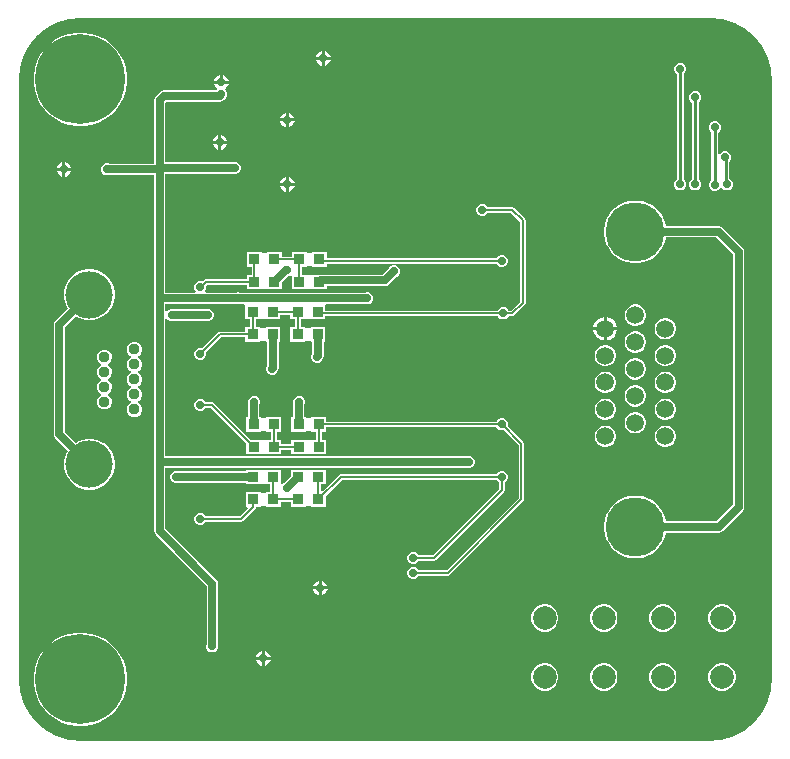
<source format=gbl>
G04*
G04 #@! TF.GenerationSoftware,Altium Limited,Altium Designer,21.2.2 (38)*
G04*
G04 Layer_Physical_Order=2*
G04 Layer_Color=16711680*
%FSLAX25Y25*%
%MOIN*%
G70*
G04*
G04 #@! TF.SameCoordinates,68DB08F9-83E3-4C5C-B4D2-480D45E1357E*
G04*
G04*
G04 #@! TF.FilePolarity,Positive*
G04*
G01*
G75*
%ADD12C,0.01000*%
%ADD31R,0.03740X0.03740*%
%ADD38C,0.00600*%
%ADD40C,0.02500*%
%ADD41C,0.05906*%
%ADD42C,0.19685*%
%ADD43C,0.03740*%
%ADD44C,0.15748*%
%ADD45C,0.07874*%
%ADD46C,0.30000*%
%ADD47C,0.03000*%
%ADD48C,0.02800*%
G36*
X333910Y239658D02*
X336443Y238979D01*
X338865Y237976D01*
X341135Y236665D01*
X343215Y235069D01*
X345069Y233215D01*
X346665Y231135D01*
X347976Y228865D01*
X348979Y226443D01*
X349658Y223910D01*
X350000Y221311D01*
X350000Y220000D01*
X350000Y220000D01*
X350000Y220000D01*
X350000Y20000D01*
X350000Y18689D01*
X349658Y16090D01*
X348979Y13557D01*
X347976Y11135D01*
X346665Y8865D01*
X345069Y6785D01*
X343215Y4931D01*
X341135Y3335D01*
X338865Y2024D01*
X336442Y1021D01*
X333910Y342D01*
X331311Y0D01*
X118689D01*
X116090Y342D01*
X113557Y1021D01*
X111135Y2024D01*
X108865Y3335D01*
X106785Y4931D01*
X104931Y6785D01*
X103335Y8865D01*
X102024Y11135D01*
X101021Y13557D01*
X100342Y16090D01*
X100000Y18689D01*
Y20000D01*
X100000Y20000D01*
X100000Y220000D01*
X100000Y221311D01*
X100342Y223910D01*
X101021Y226443D01*
X102024Y228865D01*
X103335Y231135D01*
X104931Y233215D01*
X106785Y235069D01*
X108865Y236665D01*
X111135Y237976D01*
X113557Y238979D01*
X116090Y239658D01*
X118689Y240000D01*
X120000Y240000D01*
X120000Y240000D01*
X330000Y240000D01*
X331311Y240000D01*
X333910Y239658D01*
D02*
G37*
%LPC*%
G36*
X201500Y229391D02*
Y227500D01*
X203391D01*
X203035Y228360D01*
X202360Y229035D01*
X201500Y229391D01*
D02*
G37*
G36*
X200500D02*
X199641Y229035D01*
X198965Y228360D01*
X198609Y227500D01*
X200500D01*
Y229391D01*
D02*
G37*
G36*
X203391Y226500D02*
X201500D01*
Y224609D01*
X202360Y224965D01*
X203035Y225641D01*
X203391Y226500D01*
D02*
G37*
G36*
X200500D02*
X198609D01*
X198965Y225641D01*
X199641Y224965D01*
X200500Y224609D01*
Y226500D01*
D02*
G37*
G36*
X167500Y221391D02*
Y219500D01*
X169391D01*
X169035Y220359D01*
X168359Y221035D01*
X167500Y221391D01*
D02*
G37*
G36*
X166500D02*
X165640Y221035D01*
X164965Y220359D01*
X164609Y219500D01*
X166500D01*
Y221391D01*
D02*
G37*
G36*
X189500Y208891D02*
Y207000D01*
X191391D01*
X191035Y207859D01*
X190359Y208535D01*
X189500Y208891D01*
D02*
G37*
G36*
X188500D02*
X187641Y208535D01*
X186965Y207859D01*
X186609Y207000D01*
X188500D01*
Y208891D01*
D02*
G37*
G36*
X121228Y235600D02*
X118772D01*
X116347Y235216D01*
X114012Y234457D01*
X111824Y233342D01*
X109837Y231899D01*
X108101Y230163D01*
X106658Y228176D01*
X105543Y225988D01*
X104784Y223653D01*
X104400Y221228D01*
Y218772D01*
X104784Y216347D01*
X105543Y214012D01*
X106658Y211824D01*
X108101Y209837D01*
X109837Y208101D01*
X111824Y206658D01*
X114012Y205543D01*
X116347Y204784D01*
X118772Y204400D01*
X121228D01*
X123653Y204784D01*
X125988Y205543D01*
X128176Y206658D01*
X130163Y208101D01*
X131899Y209837D01*
X133342Y211824D01*
X134457Y214012D01*
X135216Y216347D01*
X135600Y218772D01*
Y221228D01*
X135216Y223653D01*
X134457Y225988D01*
X133342Y228176D01*
X131899Y230163D01*
X130163Y231899D01*
X128176Y233342D01*
X125988Y234457D01*
X123653Y235216D01*
X121228Y235600D01*
D02*
G37*
G36*
X191391Y206000D02*
X189500D01*
Y204109D01*
X190359Y204465D01*
X191035Y205140D01*
X191391Y206000D01*
D02*
G37*
G36*
X188500D02*
X186609D01*
X186965Y205140D01*
X187641Y204465D01*
X188500Y204109D01*
Y206000D01*
D02*
G37*
G36*
X167000Y201391D02*
Y199500D01*
X168891D01*
X168535Y200360D01*
X167859Y201035D01*
X167000Y201391D01*
D02*
G37*
G36*
X166000D02*
X165140Y201035D01*
X164465Y200360D01*
X164109Y199500D01*
X166000D01*
Y201391D01*
D02*
G37*
G36*
X168891Y198500D02*
X167000D01*
Y196609D01*
X167859Y196965D01*
X168535Y197641D01*
X168891Y198500D01*
D02*
G37*
G36*
X166000D02*
X164109D01*
X164465Y197641D01*
X165140Y196965D01*
X166000Y196609D01*
Y198500D01*
D02*
G37*
G36*
X169391Y218500D02*
X164609D01*
X164965Y217640D01*
X165562Y217044D01*
X165640Y216955D01*
X165609Y216437D01*
X165558Y216386D01*
X147965D01*
X147243Y216243D01*
X146631Y215834D01*
X145166Y214369D01*
X144757Y213757D01*
X144614Y213035D01*
Y191886D01*
X129673D01*
X129398Y192000D01*
X128602D01*
X127867Y191695D01*
X127304Y191133D01*
X127000Y190398D01*
Y189602D01*
X127304Y188867D01*
X127867Y188304D01*
X128602Y188000D01*
X129398D01*
X129673Y188114D01*
X144614D01*
Y147000D01*
Y92500D01*
Y69419D01*
X144757Y68697D01*
X145166Y68085D01*
X162114Y51138D01*
Y31672D01*
X162000Y31398D01*
Y30602D01*
X162304Y29867D01*
X162867Y29305D01*
X163602Y29000D01*
X164398D01*
X165133Y29305D01*
X165696Y29867D01*
X166000Y30602D01*
Y31398D01*
X165886Y31672D01*
Y51246D01*
X166000Y51521D01*
Y52317D01*
X165696Y53052D01*
X165133Y53614D01*
X164858Y53728D01*
X148386Y70200D01*
Y90614D01*
X207328D01*
X207602Y90500D01*
X208398D01*
X208672Y90614D01*
X248828D01*
X249102Y90500D01*
X249898D01*
X250633Y90804D01*
X251196Y91367D01*
X251500Y92102D01*
Y92898D01*
X251196Y93633D01*
X250633Y94195D01*
X249898Y94500D01*
X249102D01*
X248828Y94386D01*
X208672D01*
X208398Y94500D01*
X207602D01*
X207328Y94386D01*
X148386D01*
Y140132D01*
X148500Y140196D01*
X148886Y140285D01*
X149367Y139804D01*
X150102Y139500D01*
X150898D01*
X151172Y139614D01*
X161828D01*
X162102Y139500D01*
X162898D01*
X163633Y139804D01*
X164196Y140367D01*
X164500Y141102D01*
Y141898D01*
X164196Y142633D01*
X163633Y143195D01*
X162898Y143500D01*
X162102D01*
X161828Y143386D01*
X151172D01*
X150898Y143500D01*
X150102D01*
X149367Y143195D01*
X148886Y142715D01*
X148500Y142804D01*
X148386Y142868D01*
Y145114D01*
X171827D01*
X172102Y145000D01*
X172898D01*
X173172Y145114D01*
X174589D01*
X175030Y144970D01*
X175030Y144614D01*
Y140030D01*
X176582D01*
Y137470D01*
X175030D01*
Y135918D01*
X166500D01*
X166149Y135848D01*
X165851Y135649D01*
X160613Y130411D01*
X160398Y130500D01*
X159602D01*
X158867Y130195D01*
X158305Y129633D01*
X158000Y128898D01*
Y128102D01*
X158305Y127367D01*
X158867Y126804D01*
X159602Y126500D01*
X160398D01*
X161133Y126804D01*
X161696Y127367D01*
X162000Y128102D01*
Y128898D01*
X161911Y129113D01*
X166880Y134082D01*
X175030D01*
Y132530D01*
X179970D01*
Y132716D01*
X180059Y132776D01*
X181634D01*
X181723Y132716D01*
Y132530D01*
X182307D01*
Y124635D01*
X182305Y124633D01*
X182000Y123898D01*
Y123102D01*
X182305Y122367D01*
X182867Y121804D01*
X183602Y121500D01*
X184398D01*
X185133Y121804D01*
X185696Y122367D01*
X186000Y123102D01*
Y123376D01*
X186079Y123774D01*
Y132530D01*
X186663D01*
Y137470D01*
X181723D01*
Y137284D01*
X181634Y137224D01*
X180059D01*
X179970Y137284D01*
Y137470D01*
X178418D01*
Y140030D01*
X179970D01*
Y140216D01*
X180059Y140276D01*
X181634D01*
X181723Y140216D01*
Y140030D01*
X186663D01*
Y141582D01*
X190030D01*
Y140030D01*
X191582D01*
Y137470D01*
X190030D01*
Y132530D01*
X194970D01*
Y132716D01*
X195059Y132776D01*
X196634D01*
X196723Y132716D01*
Y132530D01*
X197307D01*
Y128635D01*
X197304Y128633D01*
X197000Y127898D01*
Y127102D01*
X197304Y126367D01*
X197867Y125804D01*
X198602Y125500D01*
X199398D01*
X200133Y125804D01*
X200695Y126367D01*
X201000Y127102D01*
Y127376D01*
X201079Y127774D01*
Y132530D01*
X201663D01*
Y137470D01*
X196723D01*
Y137284D01*
X196634Y137224D01*
X195059D01*
X194970Y137284D01*
Y137470D01*
X193418D01*
Y140030D01*
X194970D01*
Y140216D01*
X195059Y140276D01*
X196634D01*
X196723Y140216D01*
Y140030D01*
X201663D01*
Y141082D01*
X259215D01*
X259304Y140867D01*
X259867Y140305D01*
X260602Y140000D01*
X261398D01*
X262133Y140305D01*
X262696Y140867D01*
X262785Y141082D01*
X264000D01*
X264351Y141152D01*
X264649Y141351D01*
X268149Y144851D01*
X268348Y145149D01*
X268418Y145500D01*
Y173000D01*
X268348Y173351D01*
X268149Y173649D01*
X264649Y177149D01*
X264351Y177348D01*
X264000Y177418D01*
X255785D01*
X255696Y177633D01*
X255133Y178196D01*
X254398Y178500D01*
X253602D01*
X252867Y178196D01*
X252305Y177633D01*
X252000Y176898D01*
Y176102D01*
X252305Y175367D01*
X252867Y174804D01*
X253602Y174500D01*
X254398D01*
X255133Y174804D01*
X255696Y175367D01*
X255785Y175582D01*
X263620D01*
X266582Y172620D01*
Y145880D01*
X263620Y142918D01*
X262785D01*
X262696Y143133D01*
X262133Y143695D01*
X261398Y144000D01*
X260602D01*
X259867Y143695D01*
X259304Y143133D01*
X259215Y142918D01*
X201663D01*
X201663Y144970D01*
X202103Y145114D01*
X214827D01*
X215102Y145000D01*
X215898D01*
X216633Y145305D01*
X217196Y145867D01*
X217500Y146602D01*
Y147398D01*
X217196Y148133D01*
X216633Y148696D01*
X215898Y149000D01*
X215102D01*
X214827Y148886D01*
X173172D01*
X172898Y149000D01*
X172102D01*
X171827Y148886D01*
X161772D01*
X161565Y149386D01*
X161696Y149517D01*
X162000Y150252D01*
Y151048D01*
X161935Y151205D01*
X162245Y151582D01*
X175530D01*
Y150030D01*
X180470D01*
Y150216D01*
X180559Y150276D01*
X182134D01*
X182223Y150216D01*
Y150030D01*
X187163D01*
Y152303D01*
X189360Y154500D01*
X189398D01*
X190030Y154762D01*
X190378Y154613D01*
X190530Y154494D01*
Y150030D01*
X195470D01*
Y150216D01*
X195559Y150276D01*
X197134D01*
X197223Y150216D01*
Y150030D01*
X202163D01*
Y151114D01*
X221500D01*
X222222Y151257D01*
X222834Y151666D01*
X225358Y154191D01*
X225633Y154305D01*
X226196Y154867D01*
X226500Y155602D01*
Y156398D01*
X226196Y157133D01*
X225633Y157695D01*
X224898Y158000D01*
X224102D01*
X223367Y157695D01*
X222804Y157133D01*
X222691Y156858D01*
X220719Y154886D01*
X202163D01*
Y154970D01*
X197223D01*
Y154784D01*
X197134Y154724D01*
X195559D01*
X195470Y154784D01*
Y154970D01*
X193918D01*
Y157530D01*
X195470D01*
Y157716D01*
X195559Y157776D01*
X197134D01*
X197223Y157716D01*
Y157530D01*
X202163D01*
Y158582D01*
X258715D01*
X258804Y158367D01*
X259367Y157805D01*
X260102Y157500D01*
X260898D01*
X261633Y157805D01*
X262195Y158367D01*
X262500Y159102D01*
Y159898D01*
X262195Y160633D01*
X261633Y161196D01*
X260898Y161500D01*
X260102D01*
X259367Y161196D01*
X258804Y160633D01*
X258715Y160418D01*
X202163D01*
Y162470D01*
X197223D01*
Y162284D01*
X197134Y162224D01*
X195559D01*
X195470Y162284D01*
Y162470D01*
X190530D01*
Y160918D01*
X187163D01*
Y162470D01*
X182223D01*
Y162284D01*
X182134Y162224D01*
X180559D01*
X180470Y162284D01*
Y162470D01*
X175530D01*
Y157530D01*
X177082D01*
Y154970D01*
X175530D01*
Y153418D01*
X161850D01*
X161499Y153348D01*
X161201Y153149D01*
X160613Y152561D01*
X160398Y152650D01*
X159602D01*
X158867Y152346D01*
X158305Y151783D01*
X158000Y151048D01*
Y150252D01*
X158305Y149517D01*
X158435Y149386D01*
X158228Y148886D01*
X148386D01*
Y188614D01*
X170827D01*
X171102Y188500D01*
X171898D01*
X172633Y188804D01*
X173196Y189367D01*
X173500Y190102D01*
Y190898D01*
X173196Y191633D01*
X172633Y192195D01*
X171898Y192500D01*
X171102D01*
X170827Y192386D01*
X148386D01*
Y212254D01*
X148746Y212614D01*
X166419D01*
X167141Y212757D01*
X167677Y213116D01*
X168133Y213304D01*
X168695Y213867D01*
X169000Y214602D01*
Y215398D01*
X168695Y216133D01*
X168391Y216437D01*
X168360Y216955D01*
X168438Y217044D01*
X169035Y217640D01*
X169391Y218500D01*
D02*
G37*
G36*
X115000Y192391D02*
Y190500D01*
X116891D01*
X116535Y191359D01*
X115859Y192035D01*
X115000Y192391D01*
D02*
G37*
G36*
X114000D02*
X113140Y192035D01*
X112465Y191359D01*
X112109Y190500D01*
X114000D01*
Y192391D01*
D02*
G37*
G36*
X116891Y189500D02*
X115000D01*
Y187609D01*
X115859Y187965D01*
X116535Y188640D01*
X116891Y189500D01*
D02*
G37*
G36*
X114000D02*
X112109D01*
X112465Y188640D01*
X113140Y187965D01*
X114000Y187609D01*
Y189500D01*
D02*
G37*
G36*
X189500Y187391D02*
Y185500D01*
X191391D01*
X191035Y186360D01*
X190359Y187035D01*
X189500Y187391D01*
D02*
G37*
G36*
X188500D02*
X187641Y187035D01*
X186965Y186360D01*
X186609Y185500D01*
X188500D01*
Y187391D01*
D02*
G37*
G36*
X331898Y206000D02*
X331102D01*
X330367Y205696D01*
X329804Y205133D01*
X329500Y204398D01*
Y203602D01*
X329804Y202867D01*
X330367Y202305D01*
X330379Y202300D01*
Y186482D01*
X330367Y186478D01*
X329804Y185915D01*
X329500Y185180D01*
Y184384D01*
X329804Y183649D01*
X330367Y183087D01*
X331102Y182782D01*
X331898D01*
X332633Y183087D01*
X333195Y183649D01*
X333275Y183840D01*
X333804Y183867D01*
X334367Y183305D01*
X335102Y183000D01*
X335898D01*
X336633Y183305D01*
X337195Y183867D01*
X337500Y184602D01*
Y185398D01*
X337195Y186133D01*
X336633Y186696D01*
X336330Y186821D01*
Y192585D01*
X336612Y192867D01*
X336917Y193602D01*
Y194398D01*
X336612Y195133D01*
X336050Y195695D01*
X335315Y196000D01*
X334519D01*
X333784Y195695D01*
X333221Y195133D01*
X333121Y194892D01*
X332622Y194991D01*
Y202300D01*
X332633Y202305D01*
X333195Y202867D01*
X333500Y203602D01*
Y204398D01*
X333195Y205133D01*
X332633Y205696D01*
X331898Y206000D01*
D02*
G37*
G36*
X325398Y216000D02*
X324602D01*
X323867Y215696D01*
X323305Y215133D01*
X323000Y214398D01*
Y213602D01*
X323305Y212867D01*
X323867Y212304D01*
X323879Y212300D01*
Y186700D01*
X323867Y186696D01*
X323305Y186133D01*
X323000Y185398D01*
Y184602D01*
X323305Y183867D01*
X323867Y183305D01*
X324602Y183000D01*
X325398D01*
X326133Y183305D01*
X326695Y183867D01*
X327000Y184602D01*
Y185398D01*
X326695Y186133D01*
X326133Y186696D01*
X326121Y186700D01*
Y212300D01*
X326133Y212304D01*
X326695Y212867D01*
X327000Y213602D01*
Y214398D01*
X326695Y215133D01*
X326133Y215696D01*
X325398Y216000D01*
D02*
G37*
G36*
X320398Y225500D02*
X319602D01*
X318867Y225196D01*
X318304Y224633D01*
X318000Y223898D01*
Y223102D01*
X318304Y222367D01*
X318867Y221804D01*
X318879Y221800D01*
Y186700D01*
X318867Y186696D01*
X318304Y186133D01*
X318000Y185398D01*
Y184602D01*
X318304Y183867D01*
X318867Y183305D01*
X319602Y183000D01*
X320398D01*
X321133Y183305D01*
X321695Y183867D01*
X322000Y184602D01*
Y185398D01*
X321695Y186133D01*
X321133Y186696D01*
X321122Y186700D01*
Y221800D01*
X321133Y221804D01*
X321695Y222367D01*
X322000Y223102D01*
Y223898D01*
X321695Y224633D01*
X321133Y225196D01*
X320398Y225500D01*
D02*
G37*
G36*
X191391Y184500D02*
X189500D01*
Y182609D01*
X190359Y182965D01*
X191035Y183641D01*
X191391Y184500D01*
D02*
G37*
G36*
X188500D02*
X186609D01*
X186965Y183641D01*
X187641Y182965D01*
X188500Y182609D01*
Y184500D01*
D02*
G37*
G36*
X123835Y156722D02*
X122165D01*
X120528Y156396D01*
X118986Y155758D01*
X117598Y154830D01*
X116418Y153650D01*
X115490Y152262D01*
X114852Y150720D01*
X114526Y149083D01*
Y147413D01*
X114852Y145776D01*
X115490Y144234D01*
X115822Y143738D01*
X111666Y139582D01*
X111257Y138970D01*
X111114Y138248D01*
Y101752D01*
X111257Y101030D01*
X111666Y100418D01*
X115822Y96262D01*
X115490Y95766D01*
X114852Y94224D01*
X114526Y92587D01*
Y90917D01*
X114852Y89280D01*
X115490Y87738D01*
X116418Y86350D01*
X117598Y85170D01*
X118986Y84242D01*
X120528Y83604D01*
X122165Y83278D01*
X123835D01*
X125472Y83604D01*
X127014Y84242D01*
X128402Y85170D01*
X129582Y86350D01*
X130510Y87738D01*
X131148Y89280D01*
X131474Y90917D01*
Y92587D01*
X131148Y94224D01*
X130510Y95766D01*
X129582Y97154D01*
X128402Y98334D01*
X127014Y99261D01*
X125472Y99900D01*
X123835Y100226D01*
X122165D01*
X120528Y99900D01*
X118986Y99261D01*
X118490Y98930D01*
X114886Y102533D01*
Y137467D01*
X118490Y141070D01*
X118986Y140738D01*
X120528Y140100D01*
X122165Y139774D01*
X123835D01*
X125472Y140100D01*
X127014Y140738D01*
X128402Y141666D01*
X129582Y142846D01*
X130510Y144234D01*
X131148Y145776D01*
X131474Y147413D01*
Y149083D01*
X131148Y150720D01*
X130510Y152262D01*
X129582Y153650D01*
X128402Y154830D01*
X127014Y155758D01*
X125472Y156396D01*
X123835Y156722D01*
D02*
G37*
G36*
X305468Y144990D02*
X304532D01*
X303629Y144748D01*
X302819Y144280D01*
X302157Y143619D01*
X301689Y142808D01*
X301447Y141905D01*
Y140969D01*
X301689Y140066D01*
X302157Y139256D01*
X302819Y138594D01*
X303629Y138126D01*
X304532Y137884D01*
X305468D01*
X306371Y138126D01*
X307181Y138594D01*
X307843Y139256D01*
X308311Y140066D01*
X308553Y140969D01*
Y141905D01*
X308311Y142808D01*
X307843Y143619D01*
X307181Y144280D01*
X306371Y144748D01*
X305468Y144990D01*
D02*
G37*
G36*
X295520Y140902D02*
X295500D01*
Y137449D01*
X298953D01*
Y137469D01*
X298683Y138475D01*
X298163Y139376D01*
X297427Y140112D01*
X296526Y140632D01*
X295520Y140902D01*
D02*
G37*
G36*
X294500D02*
X294480D01*
X293474Y140632D01*
X292573Y140112D01*
X291837Y139376D01*
X291317Y138475D01*
X291047Y137469D01*
Y137449D01*
X294500D01*
Y140902D01*
D02*
G37*
G36*
X315468Y140502D02*
X314532D01*
X313629Y140260D01*
X312819Y139792D01*
X312157Y139130D01*
X311689Y138320D01*
X311447Y137417D01*
Y136481D01*
X311689Y135577D01*
X312157Y134767D01*
X312819Y134106D01*
X313629Y133638D01*
X314532Y133396D01*
X315468D01*
X316371Y133638D01*
X317181Y134106D01*
X317843Y134767D01*
X318311Y135577D01*
X318553Y136481D01*
Y137417D01*
X318311Y138320D01*
X317843Y139130D01*
X317181Y139792D01*
X316371Y140260D01*
X315468Y140502D01*
D02*
G37*
G36*
X298953Y136449D02*
X295500D01*
Y132996D01*
X295520D01*
X296526Y133265D01*
X297427Y133786D01*
X298163Y134522D01*
X298683Y135423D01*
X298953Y136428D01*
Y136449D01*
D02*
G37*
G36*
X294500D02*
X291047D01*
Y136428D01*
X291317Y135423D01*
X291837Y134522D01*
X292573Y133786D01*
X293474Y133265D01*
X294480Y132996D01*
X294500D01*
Y136449D01*
D02*
G37*
G36*
X305468Y136013D02*
X304532D01*
X303629Y135771D01*
X302819Y135303D01*
X302157Y134642D01*
X301689Y133832D01*
X301447Y132928D01*
Y131993D01*
X301689Y131089D01*
X302157Y130279D01*
X302819Y129618D01*
X303629Y129150D01*
X304532Y128908D01*
X305468D01*
X306371Y129150D01*
X307181Y129618D01*
X307843Y130279D01*
X308311Y131089D01*
X308553Y131993D01*
Y132928D01*
X308311Y133832D01*
X307843Y134642D01*
X307181Y135303D01*
X306371Y135771D01*
X305468Y136013D01*
D02*
G37*
G36*
X315468Y131525D02*
X314532D01*
X313629Y131283D01*
X312819Y130815D01*
X312157Y130154D01*
X311689Y129344D01*
X311447Y128440D01*
Y127505D01*
X311689Y126601D01*
X312157Y125791D01*
X312819Y125129D01*
X313629Y124662D01*
X314532Y124420D01*
X315468D01*
X316371Y124662D01*
X317181Y125129D01*
X317843Y125791D01*
X318311Y126601D01*
X318553Y127505D01*
Y128440D01*
X318311Y129344D01*
X317843Y130154D01*
X317181Y130815D01*
X316371Y131283D01*
X315468Y131525D01*
D02*
G37*
G36*
X295468D02*
X294532D01*
X293629Y131283D01*
X292819Y130815D01*
X292157Y130154D01*
X291689Y129344D01*
X291447Y128440D01*
Y127505D01*
X291689Y126601D01*
X292157Y125791D01*
X292819Y125129D01*
X293629Y124662D01*
X294532Y124420D01*
X295468D01*
X296371Y124662D01*
X297181Y125129D01*
X297843Y125791D01*
X298311Y126601D01*
X298553Y127505D01*
Y128440D01*
X298311Y129344D01*
X297843Y130154D01*
X297181Y130815D01*
X296371Y131283D01*
X295468Y131525D01*
D02*
G37*
G36*
X305468Y127037D02*
X304532D01*
X303629Y126795D01*
X302819Y126327D01*
X302157Y125666D01*
X301689Y124856D01*
X301447Y123952D01*
Y123017D01*
X301689Y122113D01*
X302157Y121303D01*
X302819Y120641D01*
X303629Y120174D01*
X304532Y119931D01*
X305468D01*
X306371Y120174D01*
X307181Y120641D01*
X307843Y121303D01*
X308311Y122113D01*
X308553Y123017D01*
Y123952D01*
X308311Y124856D01*
X307843Y125666D01*
X307181Y126327D01*
X306371Y126795D01*
X305468Y127037D01*
D02*
G37*
G36*
X315468Y122549D02*
X314532D01*
X313629Y122307D01*
X312819Y121839D01*
X312157Y121177D01*
X311689Y120367D01*
X311447Y119464D01*
Y118528D01*
X311689Y117625D01*
X312157Y116815D01*
X312819Y116153D01*
X313629Y115685D01*
X314532Y115443D01*
X315468D01*
X316371Y115685D01*
X317181Y116153D01*
X317843Y116815D01*
X318311Y117625D01*
X318553Y118528D01*
Y119464D01*
X318311Y120367D01*
X317843Y121177D01*
X317181Y121839D01*
X316371Y122307D01*
X315468Y122549D01*
D02*
G37*
G36*
X295468Y122549D02*
X294532D01*
X293629Y122307D01*
X292819Y121839D01*
X292157Y121177D01*
X291689Y120367D01*
X291447Y119464D01*
Y118528D01*
X291689Y117625D01*
X292157Y116815D01*
X292819Y116153D01*
X293629Y115685D01*
X294532Y115443D01*
X295468D01*
X296371Y115685D01*
X297181Y116153D01*
X297843Y116815D01*
X298311Y117625D01*
X298553Y118528D01*
Y119464D01*
X298311Y120367D01*
X297843Y121177D01*
X297181Y121839D01*
X296371Y122307D01*
X295468Y122549D01*
D02*
G37*
G36*
X305468Y118061D02*
X304532D01*
X303629Y117818D01*
X302819Y117351D01*
X302157Y116689D01*
X301689Y115879D01*
X301447Y114976D01*
Y114040D01*
X301689Y113137D01*
X302157Y112326D01*
X302819Y111665D01*
X303629Y111197D01*
X304532Y110955D01*
X305468D01*
X306371Y111197D01*
X307181Y111665D01*
X307843Y112326D01*
X308311Y113137D01*
X308553Y114040D01*
Y114976D01*
X308311Y115879D01*
X307843Y116689D01*
X307181Y117351D01*
X306371Y117818D01*
X305468Y118061D01*
D02*
G37*
G36*
X128491Y129970D02*
X127509D01*
X126601Y129594D01*
X125906Y128899D01*
X125530Y127991D01*
Y127009D01*
X125906Y126101D01*
X126601Y125406D01*
X126928Y125271D01*
Y124729D01*
X126601Y124594D01*
X125906Y123899D01*
X125530Y122991D01*
Y122009D01*
X125906Y121101D01*
X126601Y120406D01*
X126928Y120271D01*
Y119729D01*
X126601Y119594D01*
X125906Y118899D01*
X125530Y117991D01*
Y117009D01*
X125906Y116101D01*
X126601Y115406D01*
X126928Y115271D01*
Y114729D01*
X126601Y114594D01*
X125906Y113899D01*
X125530Y112991D01*
Y112009D01*
X125906Y111101D01*
X126601Y110406D01*
X127509Y110030D01*
X128491D01*
X129399Y110406D01*
X130094Y111101D01*
X130470Y112009D01*
Y112991D01*
X130094Y113899D01*
X129399Y114594D01*
X129072Y114729D01*
Y115271D01*
X129399Y115406D01*
X130094Y116101D01*
X130470Y117009D01*
Y117991D01*
X130094Y118899D01*
X129399Y119594D01*
X129072Y119729D01*
Y120271D01*
X129399Y120406D01*
X130094Y121101D01*
X130470Y122009D01*
Y122991D01*
X130094Y123899D01*
X129399Y124594D01*
X129072Y124729D01*
Y125271D01*
X129399Y125406D01*
X130094Y126101D01*
X130470Y127009D01*
Y127991D01*
X130094Y128899D01*
X129399Y129594D01*
X128491Y129970D01*
D02*
G37*
G36*
X138491Y132470D02*
X137509D01*
X136601Y132094D01*
X135906Y131399D01*
X135530Y130491D01*
Y129509D01*
X135906Y128601D01*
X136601Y127906D01*
X136928Y127771D01*
Y127229D01*
X136601Y127094D01*
X135906Y126399D01*
X135530Y125491D01*
Y124509D01*
X135906Y123601D01*
X136601Y122906D01*
X136928Y122771D01*
Y122229D01*
X136601Y122094D01*
X135906Y121399D01*
X135530Y120491D01*
Y119509D01*
X135906Y118601D01*
X136601Y117906D01*
X136928Y117771D01*
Y117229D01*
X136601Y117094D01*
X135906Y116399D01*
X135530Y115491D01*
Y114509D01*
X135906Y113601D01*
X136601Y112906D01*
X136928Y112771D01*
Y112229D01*
X136601Y112094D01*
X135906Y111399D01*
X135530Y110491D01*
Y109509D01*
X135906Y108601D01*
X136601Y107906D01*
X137509Y107530D01*
X138491D01*
X139399Y107906D01*
X140094Y108601D01*
X140470Y109509D01*
Y110491D01*
X140094Y111399D01*
X139399Y112094D01*
X139072Y112229D01*
Y112771D01*
X139399Y112906D01*
X140094Y113601D01*
X140470Y114509D01*
Y115491D01*
X140094Y116399D01*
X139399Y117094D01*
X139072Y117229D01*
Y117771D01*
X139399Y117906D01*
X140094Y118601D01*
X140470Y119509D01*
Y120491D01*
X140094Y121399D01*
X139399Y122094D01*
X139072Y122229D01*
Y122771D01*
X139399Y122906D01*
X140094Y123601D01*
X140470Y124509D01*
Y125491D01*
X140094Y126399D01*
X139399Y127094D01*
X139072Y127229D01*
Y127771D01*
X139399Y127906D01*
X140094Y128601D01*
X140470Y129509D01*
Y130491D01*
X140094Y131399D01*
X139399Y132094D01*
X138491Y132470D01*
D02*
G37*
G36*
X315468Y113572D02*
X314532D01*
X313629Y113330D01*
X312819Y112863D01*
X312157Y112201D01*
X311689Y111391D01*
X311447Y110487D01*
Y109552D01*
X311689Y108648D01*
X312157Y107838D01*
X312819Y107177D01*
X313629Y106709D01*
X314532Y106467D01*
X315468D01*
X316371Y106709D01*
X317181Y107177D01*
X317843Y107838D01*
X318311Y108648D01*
X318553Y109552D01*
Y110487D01*
X318311Y111391D01*
X317843Y112201D01*
X317181Y112863D01*
X316371Y113330D01*
X315468Y113572D01*
D02*
G37*
G36*
X295468D02*
X294532D01*
X293629Y113330D01*
X292819Y112863D01*
X292157Y112201D01*
X291689Y111391D01*
X291447Y110487D01*
Y109552D01*
X291689Y108648D01*
X292157Y107838D01*
X292819Y107177D01*
X293629Y106709D01*
X294532Y106467D01*
X295468D01*
X296371Y106709D01*
X297181Y107177D01*
X297843Y107838D01*
X298311Y108648D01*
X298553Y109552D01*
Y110487D01*
X298311Y111391D01*
X297843Y112201D01*
X297181Y112863D01*
X296371Y113330D01*
X295468Y113572D01*
D02*
G37*
G36*
X305468Y109084D02*
X304532D01*
X303629Y108842D01*
X302819Y108374D01*
X302157Y107713D01*
X301689Y106903D01*
X301447Y105999D01*
Y105064D01*
X301689Y104160D01*
X302157Y103350D01*
X302819Y102689D01*
X303629Y102221D01*
X304532Y101979D01*
X305468D01*
X306371Y102221D01*
X307181Y102689D01*
X307843Y103350D01*
X308311Y104160D01*
X308553Y105064D01*
Y105999D01*
X308311Y106903D01*
X307843Y107713D01*
X307181Y108374D01*
X306371Y108842D01*
X305468Y109084D01*
D02*
G37*
G36*
X193398Y114500D02*
X192602D01*
X191867Y114196D01*
X191305Y113633D01*
X191000Y112898D01*
Y112624D01*
X190921Y112226D01*
Y107470D01*
X190337D01*
Y102530D01*
X195277D01*
Y102716D01*
X195366Y102776D01*
X196941D01*
X197030Y102716D01*
Y102530D01*
X198582D01*
Y99970D01*
X197030D01*
Y99784D01*
X196941Y99724D01*
X195366D01*
X195277Y99784D01*
Y99970D01*
X190337D01*
Y98418D01*
X186970D01*
Y99970D01*
X185418D01*
Y102530D01*
X186970D01*
Y107470D01*
X182030D01*
Y107284D01*
X181941Y107224D01*
X180366D01*
X180277Y107284D01*
Y107470D01*
X179693D01*
Y111365D01*
X179695Y111367D01*
X180000Y112102D01*
Y112898D01*
X179695Y113633D01*
X179133Y114196D01*
X178398Y114500D01*
X177602D01*
X176867Y114196D01*
X176304Y113633D01*
X176000Y112898D01*
Y112624D01*
X175921Y112226D01*
Y107470D01*
X175337D01*
Y102530D01*
X180277D01*
Y102716D01*
X180366Y102776D01*
X181941D01*
X182030Y102716D01*
Y102530D01*
X183582D01*
Y99970D01*
X182030D01*
Y99784D01*
X181941Y99724D01*
X180366D01*
X180277Y99784D01*
Y99970D01*
X176635D01*
X164456Y112149D01*
X164158Y112348D01*
X163807Y112418D01*
X161785D01*
X161696Y112633D01*
X161133Y113196D01*
X160398Y113500D01*
X159602D01*
X158867Y113196D01*
X158305Y112633D01*
X158000Y111898D01*
Y111102D01*
X158305Y110367D01*
X158867Y109804D01*
X159602Y109500D01*
X160398D01*
X161133Y109804D01*
X161696Y110367D01*
X161785Y110582D01*
X163427D01*
X175337Y98672D01*
Y95030D01*
X180277D01*
Y95216D01*
X180366Y95276D01*
X181941D01*
X182030Y95216D01*
Y95030D01*
X186970D01*
Y96582D01*
X190337D01*
Y95030D01*
X195277D01*
Y95216D01*
X195366Y95276D01*
X196941D01*
X197030Y95216D01*
Y95030D01*
X201970D01*
Y99970D01*
X200418D01*
Y102530D01*
X201970D01*
Y104082D01*
X258715D01*
X258804Y103867D01*
X259367Y103305D01*
X260102Y103000D01*
X260898D01*
X261113Y103089D01*
X266082Y98120D01*
Y80380D01*
X242120Y56418D01*
X232785D01*
X232696Y56633D01*
X232133Y57196D01*
X231398Y57500D01*
X230602D01*
X229867Y57196D01*
X229305Y56633D01*
X229000Y55898D01*
Y55102D01*
X229305Y54367D01*
X229867Y53804D01*
X230602Y53500D01*
X231398D01*
X232133Y53804D01*
X232696Y54367D01*
X232785Y54582D01*
X242500D01*
X242851Y54652D01*
X243149Y54851D01*
X267649Y79351D01*
X267848Y79649D01*
X267918Y80000D01*
Y98500D01*
X267848Y98851D01*
X267649Y99149D01*
X262411Y104387D01*
X262500Y104602D01*
Y105398D01*
X262195Y106133D01*
X261633Y106695D01*
X260898Y107000D01*
X260102D01*
X259367Y106695D01*
X258804Y106133D01*
X258715Y105918D01*
X201970D01*
Y107470D01*
X197030D01*
Y107284D01*
X196941Y107224D01*
X195366D01*
X195277Y107284D01*
Y107470D01*
X194693D01*
Y111365D01*
X194695Y111367D01*
X195000Y112102D01*
Y112898D01*
X194695Y113633D01*
X194133Y114196D01*
X193398Y114500D01*
D02*
G37*
G36*
X315468Y104596D02*
X314532D01*
X313629Y104354D01*
X312819Y103886D01*
X312157Y103225D01*
X311689Y102415D01*
X311447Y101511D01*
Y100576D01*
X311689Y99672D01*
X312157Y98862D01*
X312819Y98200D01*
X313629Y97733D01*
X314532Y97491D01*
X315468D01*
X316371Y97733D01*
X317181Y98200D01*
X317843Y98862D01*
X318311Y99672D01*
X318553Y100576D01*
Y101511D01*
X318311Y102415D01*
X317843Y103225D01*
X317181Y103886D01*
X316371Y104354D01*
X315468Y104596D01*
D02*
G37*
G36*
X295468D02*
X294532D01*
X293629Y104354D01*
X292819Y103886D01*
X292157Y103225D01*
X291689Y102415D01*
X291447Y101511D01*
Y100576D01*
X291689Y99672D01*
X292157Y98862D01*
X292819Y98200D01*
X293629Y97733D01*
X294532Y97491D01*
X295468D01*
X296371Y97733D01*
X297181Y98200D01*
X297843Y98862D01*
X298311Y99672D01*
X298553Y100576D01*
Y101511D01*
X298311Y102415D01*
X297843Y103225D01*
X297181Y103886D01*
X296371Y104354D01*
X295468Y104596D01*
D02*
G37*
G36*
X201777Y89970D02*
X196837D01*
Y89784D01*
X196748Y89724D01*
X195173D01*
X195084Y89784D01*
Y89970D01*
X190144D01*
Y87697D01*
X188240Y85793D01*
X187842Y85628D01*
X187348Y85135D01*
X187279Y85066D01*
X187279Y85066D01*
X187267Y85063D01*
X186777Y85160D01*
X186777Y85502D01*
X186777Y85502D01*
X186777Y85508D01*
Y89970D01*
X181837D01*
Y89784D01*
X181748Y89724D01*
X180173D01*
X180084Y89784D01*
Y89970D01*
X175144D01*
Y89386D01*
X152673D01*
X152398Y89500D01*
X151602D01*
X150867Y89196D01*
X150304Y88633D01*
X150000Y87898D01*
Y87102D01*
X150304Y86367D01*
X150867Y85804D01*
X151602Y85500D01*
X152398D01*
X152673Y85614D01*
X175144D01*
Y85030D01*
X180084D01*
Y85216D01*
X180173Y85276D01*
X181748D01*
X181837Y85216D01*
Y85030D01*
X183389D01*
Y82470D01*
X181837D01*
Y82284D01*
X181748Y82224D01*
X180173D01*
X180084Y82284D01*
Y82470D01*
X175144D01*
Y77530D01*
X175579D01*
X175770Y77068D01*
X173120Y74418D01*
X161785D01*
X161696Y74633D01*
X161133Y75195D01*
X160398Y75500D01*
X159602D01*
X158867Y75195D01*
X158305Y74633D01*
X158000Y73898D01*
Y73102D01*
X158305Y72367D01*
X158867Y71804D01*
X159602Y71500D01*
X160398D01*
X161133Y71804D01*
X161696Y72367D01*
X161785Y72582D01*
X173500D01*
X173851Y72652D01*
X174149Y72851D01*
X178230Y76933D01*
X178429Y77230D01*
X178489Y77530D01*
X180084D01*
Y77716D01*
X180173Y77776D01*
X181748D01*
X181837Y77716D01*
Y77530D01*
X186777D01*
Y79082D01*
X190144D01*
Y77530D01*
X195084D01*
Y77716D01*
X195173Y77776D01*
X196748D01*
X196837Y77716D01*
Y77530D01*
X201777D01*
Y81172D01*
X207187Y86582D01*
X258715D01*
X258804Y86367D01*
X259367Y85804D01*
X259582Y85715D01*
Y83380D01*
X237620Y61418D01*
X232785D01*
X232696Y61633D01*
X232133Y62195D01*
X231398Y62500D01*
X230602D01*
X229867Y62195D01*
X229305Y61633D01*
X229000Y60898D01*
Y60102D01*
X229305Y59367D01*
X229867Y58805D01*
X230602Y58500D01*
X231398D01*
X232133Y58805D01*
X232696Y59367D01*
X232785Y59582D01*
X238000D01*
X238351Y59652D01*
X238649Y59851D01*
X261149Y82351D01*
X261348Y82649D01*
X261418Y83000D01*
Y85715D01*
X261633Y85804D01*
X262195Y86367D01*
X262500Y87102D01*
Y87898D01*
X262195Y88633D01*
X261633Y89196D01*
X260898Y89500D01*
X260102D01*
X259367Y89196D01*
X258804Y88633D01*
X258715Y88418D01*
X206807D01*
X206456Y88348D01*
X206158Y88149D01*
X200725Y82715D01*
X200225Y82923D01*
Y85030D01*
X201777D01*
Y89970D01*
D02*
G37*
G36*
X305822Y179635D02*
X304178D01*
X302555Y179378D01*
X300992Y178870D01*
X299527Y178124D01*
X298197Y177158D01*
X297035Y175996D01*
X296069Y174666D01*
X295322Y173202D01*
X294815Y171638D01*
X294557Y170015D01*
Y168371D01*
X294815Y166748D01*
X295322Y165184D01*
X296069Y163720D01*
X297035Y162390D01*
X298197Y161228D01*
X299527Y160262D01*
X300992Y159516D01*
X302555Y159008D01*
X304178Y158750D01*
X305822D01*
X307445Y159008D01*
X309009Y159516D01*
X310473Y160262D01*
X311803Y161228D01*
X312965Y162390D01*
X313931Y163720D01*
X314678Y165184D01*
X315185Y166748D01*
X315274Y167307D01*
X332026D01*
X337614Y161719D01*
Y78281D01*
X332026Y72693D01*
X315274D01*
X315185Y73252D01*
X314678Y74816D01*
X313931Y76280D01*
X312965Y77610D01*
X311803Y78772D01*
X310473Y79738D01*
X309009Y80485D01*
X307445Y80993D01*
X305822Y81250D01*
X304178D01*
X302555Y80993D01*
X300992Y80485D01*
X299527Y79738D01*
X298197Y78772D01*
X297035Y77610D01*
X296069Y76280D01*
X295322Y74816D01*
X294815Y73252D01*
X294557Y71629D01*
Y69985D01*
X294815Y68362D01*
X295322Y66799D01*
X296069Y65334D01*
X297035Y64004D01*
X298197Y62842D01*
X299527Y61876D01*
X300992Y61130D01*
X302555Y60622D01*
X304178Y60365D01*
X305822D01*
X307445Y60622D01*
X309009Y61130D01*
X310473Y61876D01*
X311803Y62842D01*
X312965Y64004D01*
X313931Y65334D01*
X314678Y66799D01*
X315185Y68362D01*
X315274Y68921D01*
X332807D01*
X333529Y69064D01*
X334141Y69473D01*
X340834Y76166D01*
X341243Y76778D01*
X341386Y77500D01*
Y162500D01*
X341243Y163222D01*
X340834Y163834D01*
X334141Y170527D01*
X333529Y170936D01*
X332807Y171079D01*
X315274D01*
X315185Y171638D01*
X314678Y173202D01*
X313931Y174666D01*
X312965Y175996D01*
X311803Y177158D01*
X310473Y178124D01*
X309009Y178870D01*
X307445Y179378D01*
X305822Y179635D01*
D02*
G37*
G36*
X200500Y52891D02*
Y51000D01*
X202391D01*
X202035Y51859D01*
X201360Y52535D01*
X200500Y52891D01*
D02*
G37*
G36*
X199500D02*
X198641Y52535D01*
X197965Y51859D01*
X197609Y51000D01*
X199500D01*
Y52891D01*
D02*
G37*
G36*
X202391Y50000D02*
X200500D01*
Y48109D01*
X201360Y48465D01*
X202035Y49141D01*
X202391Y50000D01*
D02*
G37*
G36*
X199500D02*
X197609D01*
X197965Y49141D01*
X198641Y48465D01*
X199500Y48109D01*
Y50000D01*
D02*
G37*
G36*
X334467Y45037D02*
X333273D01*
X332119Y44728D01*
X331084Y44131D01*
X330240Y43286D01*
X329642Y42251D01*
X329333Y41097D01*
Y39903D01*
X329642Y38749D01*
X330240Y37714D01*
X331084Y36869D01*
X332119Y36272D01*
X333273Y35963D01*
X334467D01*
X335621Y36272D01*
X336656Y36869D01*
X337501Y37714D01*
X338098Y38749D01*
X338407Y39903D01*
Y41097D01*
X338098Y42251D01*
X337501Y43286D01*
X336656Y44131D01*
X335621Y44728D01*
X334467Y45037D01*
D02*
G37*
G36*
X314782D02*
X313588D01*
X312434Y44728D01*
X311399Y44131D01*
X310555Y43286D01*
X309957Y42251D01*
X309648Y41097D01*
Y39903D01*
X309957Y38749D01*
X310555Y37714D01*
X311399Y36869D01*
X312434Y36272D01*
X313588Y35963D01*
X314782D01*
X315936Y36272D01*
X316971Y36869D01*
X317815Y37714D01*
X318413Y38749D01*
X318722Y39903D01*
Y41097D01*
X318413Y42251D01*
X317815Y43286D01*
X316971Y44131D01*
X315936Y44728D01*
X314782Y45037D01*
D02*
G37*
G36*
X295097D02*
X293903D01*
X292749Y44728D01*
X291714Y44131D01*
X290869Y43286D01*
X290272Y42251D01*
X289963Y41097D01*
Y39903D01*
X290272Y38749D01*
X290869Y37714D01*
X291714Y36869D01*
X292749Y36272D01*
X293903Y35963D01*
X295097D01*
X296251Y36272D01*
X297286Y36869D01*
X298130Y37714D01*
X298728Y38749D01*
X299037Y39903D01*
Y41097D01*
X298728Y42251D01*
X298130Y43286D01*
X297286Y44131D01*
X296251Y44728D01*
X295097Y45037D01*
D02*
G37*
G36*
X275412D02*
X274218D01*
X273064Y44728D01*
X272029Y44131D01*
X271184Y43286D01*
X270587Y42251D01*
X270278Y41097D01*
Y39903D01*
X270587Y38749D01*
X271184Y37714D01*
X272029Y36869D01*
X273064Y36272D01*
X274218Y35963D01*
X275412D01*
X276566Y36272D01*
X277601Y36869D01*
X278446Y37714D01*
X279043Y38749D01*
X279352Y39903D01*
Y41097D01*
X279043Y42251D01*
X278446Y43286D01*
X277601Y44131D01*
X276566Y44728D01*
X275412Y45037D01*
D02*
G37*
G36*
X181500Y29391D02*
Y27500D01*
X183391D01*
X183035Y28359D01*
X182360Y29035D01*
X181500Y29391D01*
D02*
G37*
G36*
X180500D02*
X179640Y29035D01*
X178965Y28359D01*
X178609Y27500D01*
X180500D01*
Y29391D01*
D02*
G37*
G36*
X183391Y26500D02*
X181500D01*
Y24609D01*
X182360Y24965D01*
X183035Y25640D01*
X183391Y26500D01*
D02*
G37*
G36*
X180500D02*
X178609D01*
X178965Y25640D01*
X179640Y24965D01*
X180500Y24609D01*
Y26500D01*
D02*
G37*
G36*
X334467Y25352D02*
X333273D01*
X332119Y25043D01*
X331084Y24445D01*
X330240Y23601D01*
X329642Y22566D01*
X329333Y21412D01*
Y20218D01*
X329642Y19064D01*
X330240Y18029D01*
X331084Y17185D01*
X332119Y16587D01*
X333273Y16278D01*
X334467D01*
X335621Y16587D01*
X336656Y17185D01*
X337501Y18029D01*
X338098Y19064D01*
X338407Y20218D01*
Y21412D01*
X338098Y22566D01*
X337501Y23601D01*
X336656Y24445D01*
X335621Y25043D01*
X334467Y25352D01*
D02*
G37*
G36*
X314782D02*
X313588D01*
X312434Y25043D01*
X311399Y24445D01*
X310555Y23601D01*
X309957Y22566D01*
X309648Y21412D01*
Y20218D01*
X309957Y19064D01*
X310555Y18029D01*
X311399Y17185D01*
X312434Y16587D01*
X313588Y16278D01*
X314782D01*
X315936Y16587D01*
X316971Y17185D01*
X317815Y18029D01*
X318413Y19064D01*
X318722Y20218D01*
Y21412D01*
X318413Y22566D01*
X317815Y23601D01*
X316971Y24445D01*
X315936Y25043D01*
X314782Y25352D01*
D02*
G37*
G36*
X295097D02*
X293903D01*
X292749Y25043D01*
X291714Y24445D01*
X290869Y23601D01*
X290272Y22566D01*
X289963Y21412D01*
Y20218D01*
X290272Y19064D01*
X290869Y18029D01*
X291714Y17185D01*
X292749Y16587D01*
X293903Y16278D01*
X295097D01*
X296251Y16587D01*
X297286Y17185D01*
X298130Y18029D01*
X298728Y19064D01*
X299037Y20218D01*
Y21412D01*
X298728Y22566D01*
X298130Y23601D01*
X297286Y24445D01*
X296251Y25043D01*
X295097Y25352D01*
D02*
G37*
G36*
X275412D02*
X274218D01*
X273064Y25043D01*
X272029Y24445D01*
X271184Y23601D01*
X270587Y22566D01*
X270278Y21412D01*
Y20218D01*
X270587Y19064D01*
X271184Y18029D01*
X272029Y17185D01*
X273064Y16587D01*
X274218Y16278D01*
X275412D01*
X276566Y16587D01*
X277601Y17185D01*
X278446Y18029D01*
X279043Y19064D01*
X279352Y20218D01*
Y21412D01*
X279043Y22566D01*
X278446Y23601D01*
X277601Y24445D01*
X276566Y25043D01*
X275412Y25352D01*
D02*
G37*
G36*
X121228Y35600D02*
X118772D01*
X116347Y35216D01*
X114012Y34457D01*
X111824Y33342D01*
X109837Y31899D01*
X108101Y30163D01*
X106658Y28176D01*
X105543Y25988D01*
X104784Y23653D01*
X104400Y21228D01*
Y18772D01*
X104784Y16347D01*
X105543Y14012D01*
X106658Y11824D01*
X108101Y9837D01*
X109837Y8101D01*
X111824Y6658D01*
X114012Y5543D01*
X116347Y4784D01*
X118772Y4400D01*
X121228D01*
X123653Y4784D01*
X125988Y5543D01*
X128176Y6658D01*
X130163Y8101D01*
X131899Y9837D01*
X133342Y11824D01*
X134457Y14012D01*
X135216Y16347D01*
X135600Y18772D01*
Y21228D01*
X135216Y23653D01*
X134457Y25988D01*
X133342Y28176D01*
X131899Y30163D01*
X130163Y31899D01*
X128176Y33342D01*
X125988Y34457D01*
X123653Y35216D01*
X121228Y35600D01*
D02*
G37*
%LPD*%
D12*
X331500Y184782D02*
Y204000D01*
X320000Y185000D02*
Y223500D01*
X325000Y185000D02*
Y214000D01*
X334917Y194000D02*
X335208Y193708D01*
Y185292D02*
Y193708D01*
Y185292D02*
X335500Y185000D01*
X120000Y240000D02*
G03*
X100000Y220000I0J-20000D01*
G01*
X350000D02*
G03*
X330000Y240000I-20000J0D01*
G01*
Y0D02*
G03*
X350000Y20000I0J20000D01*
G01*
X100000D02*
G03*
X120000Y0I20000J0D01*
G01*
Y240000D02*
X330000D01*
X350000Y20000D02*
Y220000D01*
X120000Y0D02*
X330000D01*
X100000Y20000D02*
Y220000D01*
D31*
X199307Y80000D02*
D03*
X192614D02*
D03*
X199307Y87500D02*
D03*
X192614D02*
D03*
X184307D02*
D03*
X177614D02*
D03*
X184500Y105000D02*
D03*
X177807D02*
D03*
Y97500D02*
D03*
X184500D02*
D03*
X177614Y80000D02*
D03*
X184307D02*
D03*
X192807Y97500D02*
D03*
X199500D02*
D03*
Y105000D02*
D03*
X192807D02*
D03*
X178000Y152500D02*
D03*
X184693D02*
D03*
X199693Y160000D02*
D03*
X193000D02*
D03*
Y152500D02*
D03*
X199693D02*
D03*
X184693Y160000D02*
D03*
X178000D02*
D03*
X199193Y142500D02*
D03*
X192500D02*
D03*
X177500Y135000D02*
D03*
X184193D02*
D03*
Y142500D02*
D03*
X177500D02*
D03*
X192500Y135000D02*
D03*
X199193D02*
D03*
D38*
X177581Y79967D02*
X177614Y80000D01*
X177581Y77581D02*
Y79967D01*
X173500Y73500D02*
X177581Y77581D01*
X160000Y73500D02*
X173500D01*
X184307Y80000D02*
X192614D01*
X200193Y159500D02*
X260500D01*
X199693Y160000D02*
X200193Y159500D01*
X160000Y150650D02*
X161850Y152500D01*
X178000D01*
X264000Y176500D02*
X267500Y173000D01*
X254000Y176500D02*
X264000D01*
X261000Y142000D02*
X264000D01*
X199693D02*
X261000D01*
X264000D02*
X267500Y145500D01*
Y173000D01*
X231000Y60500D02*
X238000D01*
X260500Y83000D01*
X231000Y55500D02*
X242500D01*
X206807Y87500D02*
X260500D01*
X199307Y80000D02*
X206807Y87500D01*
X267000Y80000D02*
Y98500D01*
X260500Y105000D02*
X267000Y98500D01*
X242500Y55500D02*
X267000Y80000D01*
X260500Y83000D02*
Y87500D01*
X199500Y105000D02*
X260500D01*
X160000Y111500D02*
X163807D01*
X184307Y80000D02*
Y87500D01*
X199307Y80000D02*
Y87500D01*
X199500Y97500D02*
Y105000D01*
X184500Y97500D02*
X192807D01*
X184500D02*
Y105000D01*
X163807Y111500D02*
X177807Y97500D01*
X184193Y142500D02*
X192500D01*
Y135000D02*
Y142500D01*
X160000Y128500D02*
X166500Y135000D01*
X177500D01*
X199193Y142500D02*
X199693Y142000D01*
X193000Y152500D02*
Y160000D01*
X184693D02*
X193000D01*
X177500Y135000D02*
Y142500D01*
X178000Y152500D02*
Y160000D01*
D40*
X188636Y156443D02*
X188943D01*
X189000Y156500D01*
X184000Y123500D02*
Y123581D01*
X184193Y123774D01*
Y135000D01*
X332807Y169193D02*
X339500Y162500D01*
Y77500D02*
Y162500D01*
X305000Y70807D02*
X332807D01*
X305000Y169193D02*
X332807D01*
X332807Y70807D02*
X339500Y77500D01*
X146500Y190000D02*
Y213035D01*
Y190500D02*
X171500D01*
X147965Y214500D02*
X166419D01*
X146500Y213035D02*
X147965Y214500D01*
X166419D02*
X166919Y215000D01*
X167000D01*
X164000Y31000D02*
Y51919D01*
X146500Y69419D02*
X164000Y51919D01*
X146500Y69419D02*
Y92500D01*
X150500Y141500D02*
X162500D01*
X146500Y92500D02*
Y147000D01*
X152000Y87500D02*
X177614D01*
X146500Y92500D02*
X208000D01*
X249500D01*
X188975Y83933D02*
X189047D01*
X192614Y87500D01*
X192807Y112226D02*
X193000Y112419D01*
X192807Y105000D02*
Y112226D01*
X193000Y112419D02*
Y112500D01*
X178000Y112419D02*
Y112500D01*
X177807Y105000D02*
Y112226D01*
X178000Y112419D01*
X199193Y127774D02*
Y135000D01*
X199000Y127581D02*
X199193Y127774D01*
X199000Y127500D02*
Y127581D01*
X200193Y153000D02*
X221500D01*
X199693Y152500D02*
X200193Y153000D01*
X221500D02*
X224500Y156000D01*
X184693Y152500D02*
X188636Y156443D01*
X172500Y147000D02*
X215500D01*
X113000Y138248D02*
X123000Y148248D01*
X113000Y101752D02*
Y138248D01*
Y101752D02*
X123000Y91752D01*
X146500Y147000D02*
Y190000D01*
Y147000D02*
X172500D01*
X146500Y190000D02*
X146500Y190000D01*
X129000D02*
X146500D01*
X146500Y190000D01*
D41*
X315000Y136949D02*
D03*
Y127972D02*
D03*
Y118996D02*
D03*
Y110020D02*
D03*
Y101043D02*
D03*
X295000D02*
D03*
X305000Y114508D02*
D03*
X295000Y110020D02*
D03*
X305000Y123484D02*
D03*
X295000Y118996D02*
D03*
X305000Y132461D02*
D03*
X295000Y127972D02*
D03*
X305000Y105532D02*
D03*
Y141437D02*
D03*
X295000Y136949D02*
D03*
D42*
X305000Y169193D02*
D03*
Y70807D02*
D03*
D43*
X138000Y120000D02*
D03*
Y125000D02*
D03*
Y130000D02*
D03*
Y115000D02*
D03*
Y110000D02*
D03*
X128000Y122500D02*
D03*
Y127500D02*
D03*
Y112500D02*
D03*
Y117500D02*
D03*
D44*
X123000Y148248D02*
D03*
Y91752D02*
D03*
D45*
X274815Y40500D02*
D03*
X294500D02*
D03*
X314185D02*
D03*
X333870D02*
D03*
X274815Y20815D02*
D03*
X294500D02*
D03*
X314185D02*
D03*
X333870D02*
D03*
D46*
X120000Y20000D02*
D03*
Y220000D02*
D03*
D47*
X129842Y25905D02*
D03*
X125906Y10158D02*
D03*
X110158Y14095D02*
D03*
X125906Y29842D02*
D03*
X129842Y14095D02*
D03*
X114094Y10158D02*
D03*
Y29842D02*
D03*
X108750Y20000D02*
D03*
X120000Y8750D02*
D03*
X131250Y20000D02*
D03*
X120000Y31250D02*
D03*
X110158Y25905D02*
D03*
X129842Y225905D02*
D03*
X125906Y210157D02*
D03*
X110158Y214094D02*
D03*
X125906Y229842D02*
D03*
X129842Y214094D02*
D03*
X114094Y210157D02*
D03*
Y229842D02*
D03*
X108750Y220000D02*
D03*
X120000Y208750D02*
D03*
X131250Y220000D02*
D03*
X120000Y231250D02*
D03*
X110158Y225905D02*
D03*
D48*
X189000Y156500D02*
D03*
X184000Y123500D02*
D03*
X188975Y83933D02*
D03*
X171500Y190500D02*
D03*
X166500Y199000D02*
D03*
X164000Y51919D02*
D03*
X150500Y141500D02*
D03*
X162500D02*
D03*
X160000Y73500D02*
D03*
X152000Y87500D02*
D03*
X193000Y112500D02*
D03*
X178000D02*
D03*
X199000Y127500D02*
D03*
X224500Y156000D02*
D03*
X249500Y92500D02*
D03*
X215500Y147000D02*
D03*
X160000Y150650D02*
D03*
X172500Y147000D02*
D03*
X208000Y92500D02*
D03*
X164000Y31000D02*
D03*
X254000Y176500D02*
D03*
X260500Y159500D02*
D03*
X189000Y185000D02*
D03*
X231000Y60500D02*
D03*
Y55500D02*
D03*
X260500Y87500D02*
D03*
Y105000D02*
D03*
X181000Y27000D02*
D03*
X200000Y50500D02*
D03*
X160000Y111500D02*
D03*
Y128500D02*
D03*
X261000Y142000D02*
D03*
X201000Y227000D02*
D03*
X189000Y206500D02*
D03*
X167000Y219000D02*
D03*
Y215000D02*
D03*
X129000Y190000D02*
D03*
X114500D02*
D03*
X331500Y204000D02*
D03*
X320000Y185000D02*
D03*
X325000D02*
D03*
X334917Y194000D02*
D03*
X335500Y185000D02*
D03*
X331500Y184782D02*
D03*
X325000Y214000D02*
D03*
X320000Y223500D02*
D03*
M02*

</source>
